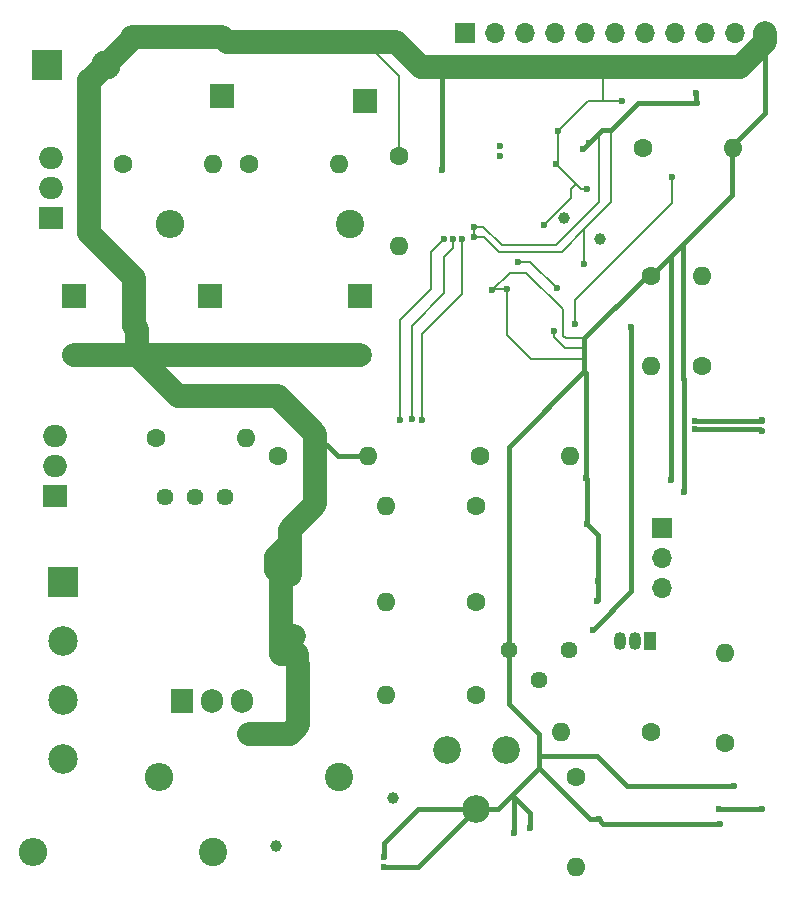
<source format=gbl>
G04 #@! TF.GenerationSoftware,KiCad,Pcbnew,(5.1.10)-1*
G04 #@! TF.CreationDate,2021-11-18T05:31:33+07:00*
G04 #@! TF.ProjectId,Georesistance PCB,47656f72-6573-4697-9374-616e63652050,1*
G04 #@! TF.SameCoordinates,Original*
G04 #@! TF.FileFunction,Copper,L4,Bot*
G04 #@! TF.FilePolarity,Positive*
%FSLAX46Y46*%
G04 Gerber Fmt 4.6, Leading zero omitted, Abs format (unit mm)*
G04 Created by KiCad (PCBNEW (5.1.10)-1) date 2021-11-18 05:31:33*
%MOMM*%
%LPD*%
G01*
G04 APERTURE LIST*
G04 #@! TA.AperFunction,ComponentPad*
%ADD10C,2.000000*%
G04 #@! TD*
G04 #@! TA.AperFunction,ComponentPad*
%ADD11R,2.000000X2.000000*%
G04 #@! TD*
G04 #@! TA.AperFunction,ComponentPad*
%ADD12C,1.600000*%
G04 #@! TD*
G04 #@! TA.AperFunction,ComponentPad*
%ADD13O,1.600000X1.600000*%
G04 #@! TD*
G04 #@! TA.AperFunction,ComponentPad*
%ADD14O,2.000000X1.905000*%
G04 #@! TD*
G04 #@! TA.AperFunction,ComponentPad*
%ADD15R,2.000000X1.905000*%
G04 #@! TD*
G04 #@! TA.AperFunction,ComponentPad*
%ADD16O,1.700000X1.700000*%
G04 #@! TD*
G04 #@! TA.AperFunction,ComponentPad*
%ADD17R,1.700000X1.700000*%
G04 #@! TD*
G04 #@! TA.AperFunction,ComponentPad*
%ADD18C,1.440000*%
G04 #@! TD*
G04 #@! TA.AperFunction,ComponentPad*
%ADD19C,2.500000*%
G04 #@! TD*
G04 #@! TA.AperFunction,ComponentPad*
%ADD20R,2.500000X2.500000*%
G04 #@! TD*
G04 #@! TA.AperFunction,ComponentPad*
%ADD21C,1.000000*%
G04 #@! TD*
G04 #@! TA.AperFunction,ComponentPad*
%ADD22O,2.400000X2.400000*%
G04 #@! TD*
G04 #@! TA.AperFunction,ComponentPad*
%ADD23C,2.400000*%
G04 #@! TD*
G04 #@! TA.AperFunction,ComponentPad*
%ADD24C,2.340000*%
G04 #@! TD*
G04 #@! TA.AperFunction,ComponentPad*
%ADD25R,1.050000X1.500000*%
G04 #@! TD*
G04 #@! TA.AperFunction,ComponentPad*
%ADD26O,1.050000X1.500000*%
G04 #@! TD*
G04 #@! TA.AperFunction,ComponentPad*
%ADD27R,1.905000X2.000000*%
G04 #@! TD*
G04 #@! TA.AperFunction,ComponentPad*
%ADD28O,1.905000X2.000000*%
G04 #@! TD*
G04 #@! TA.AperFunction,ViaPad*
%ADD29C,0.600000*%
G04 #@! TD*
G04 #@! TA.AperFunction,ViaPad*
%ADD30C,0.900000*%
G04 #@! TD*
G04 #@! TA.AperFunction,Conductor*
%ADD31C,0.400000*%
G04 #@! TD*
G04 #@! TA.AperFunction,Conductor*
%ADD32C,0.200000*%
G04 #@! TD*
G04 #@! TA.AperFunction,Conductor*
%ADD33C,2.000000*%
G04 #@! TD*
G04 #@! TA.AperFunction,Conductor*
%ADD34C,0.127000*%
G04 #@! TD*
G04 APERTURE END LIST*
D10*
X41529000Y-24591000D03*
D11*
X41529000Y-29591000D03*
D12*
X46228000Y-60071000D03*
D13*
X53848000Y-60071000D03*
X71501000Y-94869000D03*
D12*
X71501000Y-87249000D03*
D14*
X27368500Y-58356500D03*
X27368500Y-60896500D03*
D15*
X27368500Y-63436500D03*
D12*
X77851000Y-83439000D03*
D13*
X70231000Y-83439000D03*
X55372000Y-72390000D03*
D12*
X62992000Y-72390000D03*
D16*
X78740000Y-71247000D03*
X78740000Y-68707000D03*
D17*
X78740000Y-66167000D03*
D18*
X65786000Y-76454000D03*
X68326000Y-78994000D03*
X70866000Y-76454000D03*
D19*
X28067000Y-85739000D03*
X28067000Y-80739000D03*
X28067000Y-75739000D03*
D20*
X28067000Y-70739000D03*
D21*
X73533000Y-41656000D03*
X70485000Y-39878000D03*
X56007000Y-89027000D03*
X46101000Y-93091000D03*
D13*
X84074000Y-76708000D03*
D12*
X84074000Y-84328000D03*
X62992000Y-80264000D03*
D13*
X55372000Y-80264000D03*
X55372000Y-64262000D03*
D12*
X62992000Y-64262000D03*
D13*
X70993000Y-60071000D03*
D12*
X63373000Y-60071000D03*
D22*
X37084000Y-40386000D03*
D23*
X52324000Y-40386000D03*
D13*
X82169000Y-44831000D03*
D12*
X82169000Y-52451000D03*
D13*
X40767000Y-35306000D03*
D12*
X33147000Y-35306000D03*
X35941000Y-58547000D03*
D13*
X43561000Y-58547000D03*
D16*
X87503000Y-24257000D03*
X84963000Y-24257000D03*
X82423000Y-24257000D03*
X79883000Y-24257000D03*
X77343000Y-24257000D03*
X74803000Y-24257000D03*
X72263000Y-24257000D03*
X69723000Y-24257000D03*
X67183000Y-24257000D03*
X64643000Y-24257000D03*
D17*
X62103000Y-24257000D03*
D13*
X56515000Y-42291000D03*
D12*
X56515000Y-34671000D03*
D24*
X60532000Y-84963000D03*
X63032000Y-89963000D03*
X65532000Y-84963000D03*
D14*
X27051000Y-34798000D03*
X27051000Y-37338000D03*
D15*
X27051000Y-39878000D03*
D25*
X77724000Y-75692000D03*
D26*
X75184000Y-75692000D03*
X76454000Y-75692000D03*
D18*
X36703000Y-63563500D03*
X39243000Y-63563500D03*
X41783000Y-63563500D03*
D13*
X51435000Y-35306000D03*
D12*
X43815000Y-35306000D03*
D13*
X77851000Y-52451000D03*
D12*
X77851000Y-44831000D03*
D13*
X84759800Y-33947100D03*
D12*
X77139800Y-33947100D03*
D22*
X25527000Y-93599000D03*
D23*
X40767000Y-93599000D03*
D22*
X36195000Y-87249000D03*
D23*
X51435000Y-87249000D03*
D27*
X38100000Y-80772000D03*
D28*
X40640000Y-80772000D03*
X43180000Y-80772000D03*
D20*
X26670000Y-26924000D03*
D19*
X31670000Y-26924000D03*
D10*
X40513000Y-51545500D03*
D11*
X40513000Y-46545500D03*
D10*
X53213000Y-51545500D03*
D11*
X53213000Y-46545500D03*
D10*
X28956000Y-51545500D03*
D11*
X28956000Y-46545500D03*
X53594000Y-29972000D03*
D10*
X53594000Y-24972000D03*
D29*
X83566000Y-89916000D03*
X87249000Y-89916000D03*
X81546700Y-57073800D03*
X81546700Y-57797700D03*
X87249000Y-57035700D03*
X87249000Y-57962800D03*
X81661000Y-29311600D03*
X81711800Y-30149800D03*
X72047100Y-34099500D03*
X72567800Y-33578800D03*
X65062100Y-33832800D03*
X65062100Y-34658300D03*
X62890400Y-40652700D03*
X62890400Y-41516300D03*
X72186800Y-43776900D03*
X72390000Y-65786000D03*
D30*
X47242000Y-70106000D03*
X46120050Y-69742050D03*
X47942500Y-82867500D03*
X46736000Y-83566000D03*
X45339000Y-83566000D03*
X43815000Y-83566000D03*
X43815000Y-83566000D03*
X47641000Y-75295000D03*
X46498000Y-75295000D03*
X47879000Y-76835000D03*
X46482000Y-76835000D03*
D29*
X73329800Y-70612000D03*
X55245000Y-93980000D03*
X55229000Y-94853000D03*
X67564000Y-91567000D03*
X66230500Y-92011500D03*
X83693000Y-91186000D03*
X73406000Y-90805000D03*
X79502000Y-62103000D03*
X80645000Y-63119000D03*
X72326500Y-61912500D03*
X73306940Y-72298560D03*
X69998400Y-32571500D03*
X69803200Y-35310000D03*
X75361800Y-30022800D03*
X65633600Y-45923200D03*
X64414400Y-45986700D03*
X69634100Y-49466500D03*
X60147200Y-35864800D03*
X72402700Y-37426900D03*
X68757800Y-40513000D03*
X84831000Y-88003300D03*
X66611500Y-43624500D03*
X69850000Y-45847000D03*
X72898000Y-74779540D03*
X76187300Y-49174400D03*
X61087000Y-41656000D03*
X57594500Y-56908700D03*
X61849000Y-41656000D03*
X58432700Y-56972200D03*
X60325000Y-41656000D03*
X56591200Y-57023000D03*
X71374000Y-48895000D03*
X79641700Y-36474400D03*
D31*
X83566000Y-89916000D02*
X87249000Y-89916000D01*
X87249000Y-89916000D02*
X87249000Y-89916000D01*
X87210900Y-57073800D02*
X87249000Y-57035700D01*
X81546700Y-57073800D02*
X87210900Y-57073800D01*
X87083900Y-57797700D02*
X87249000Y-57962800D01*
X81546700Y-57797700D02*
X87083900Y-57797700D01*
X81661000Y-30099000D02*
X81711800Y-30149800D01*
X81661000Y-29311600D02*
X81661000Y-30099000D01*
X72047100Y-34099500D02*
X72047100Y-34099500D01*
X72567800Y-33578800D02*
X72047100Y-34099500D01*
X74471938Y-32423100D02*
X73723500Y-32423100D01*
X76745238Y-30149800D02*
X74471938Y-32423100D01*
X78638400Y-30149800D02*
X76745238Y-30149800D01*
X81711800Y-30149800D02*
X78638400Y-30149800D01*
X78638400Y-30149800D02*
X78434338Y-30149800D01*
D32*
X62890400Y-40652700D02*
X62890400Y-41516300D01*
X73463150Y-32683450D02*
X73463150Y-38550850D01*
D31*
X73723500Y-32423100D02*
X73463150Y-32683450D01*
X73463150Y-32683450D02*
X72567800Y-33578800D01*
D32*
X73463150Y-38550850D02*
X69799200Y-42214800D01*
X65201800Y-42214800D02*
X63639700Y-40652700D01*
X69799200Y-42214800D02*
X65201800Y-42214800D01*
X62890400Y-40652700D02*
X63639700Y-40652700D01*
X62890400Y-41516300D02*
X63741300Y-41516300D01*
X63741300Y-41516300D02*
X64985900Y-42760900D01*
X64985900Y-42760900D02*
X70281800Y-42760900D01*
X74471938Y-38570762D02*
X74471938Y-32423100D01*
X72186800Y-40855900D02*
X72256650Y-40786050D01*
X72186800Y-43776900D02*
X72186800Y-40855900D01*
X72256650Y-40786050D02*
X74471938Y-38570762D01*
X70281800Y-42760900D02*
X72256650Y-40786050D01*
D33*
X53213000Y-51545500D02*
X40513000Y-51545500D01*
X41910000Y-24972000D02*
X41529000Y-24591000D01*
X41529000Y-24591000D02*
X33876000Y-24591000D01*
D34*
X56515000Y-27893000D02*
X53594000Y-24972000D01*
X56515000Y-34671000D02*
X56515000Y-27893000D01*
D33*
X30226000Y-41148000D02*
X30226000Y-28241000D01*
X34083000Y-45005000D02*
X30226000Y-41148000D01*
X34083000Y-49069000D02*
X34083000Y-45005000D01*
X34306500Y-49292500D02*
X34083000Y-49069000D01*
X34306500Y-51545500D02*
X34306500Y-49292500D01*
X40513000Y-51545500D02*
X34306500Y-51545500D01*
X34306500Y-51545500D02*
X28956000Y-51545500D01*
X47244000Y-83566000D02*
X47942500Y-82867500D01*
X43815000Y-83566000D02*
X47244000Y-83566000D01*
X47942500Y-82867500D02*
X47942500Y-77660500D01*
X47879000Y-77597000D02*
X47879000Y-76835000D01*
X47942500Y-77660500D02*
X47879000Y-77597000D01*
X46482000Y-76835000D02*
X47879000Y-76835000D01*
X46482000Y-75311000D02*
X46498000Y-75295000D01*
X46482000Y-76835000D02*
X46482000Y-75311000D01*
X46498000Y-75295000D02*
X47641000Y-75295000D01*
X46498000Y-75295000D02*
X46498000Y-69961000D01*
X46643000Y-70106000D02*
X47242000Y-70106000D01*
X46498000Y-69961000D02*
X46643000Y-70106000D01*
X47242000Y-66288938D02*
X49403000Y-64127938D01*
X47242000Y-70106000D02*
X47242000Y-66288938D01*
X49403000Y-64127938D02*
X49403000Y-58166000D01*
X49403000Y-58166000D02*
X46228000Y-54991000D01*
X37752000Y-54991000D02*
X34306500Y-51545500D01*
X46228000Y-54991000D02*
X37752000Y-54991000D01*
D34*
X53848000Y-52180500D02*
X53213000Y-51545500D01*
D33*
X46120050Y-69742050D02*
X46120050Y-68599050D01*
X47242000Y-67477100D02*
X47242000Y-66288938D01*
X46120050Y-68599050D02*
X47242000Y-67477100D01*
D31*
X87503000Y-30988000D02*
X84709000Y-33782000D01*
X87503000Y-24257000D02*
X87503000Y-30988000D01*
X84709000Y-33782000D02*
X84709000Y-37973000D01*
X65786000Y-59309000D02*
X65786000Y-76454000D01*
X65786000Y-76454000D02*
X65786000Y-81026000D01*
X65786000Y-81026000D02*
X68326000Y-83566000D01*
X64850000Y-89963000D02*
X63032000Y-89963000D01*
X67564000Y-90297000D02*
X66040000Y-88773000D01*
X67564000Y-91567000D02*
X67564000Y-90297000D01*
X66040000Y-88773000D02*
X64850000Y-89963000D01*
X68326000Y-86487000D02*
X66040000Y-88773000D01*
X66230500Y-88963500D02*
X66040000Y-88773000D01*
X66230500Y-92011500D02*
X66230500Y-88963500D01*
X55245000Y-93980000D02*
X55245000Y-92837000D01*
X58119000Y-89963000D02*
X63032000Y-89963000D01*
X55245000Y-92837000D02*
X58119000Y-89963000D01*
X58142000Y-94853000D02*
X63032000Y-89963000D01*
X55229000Y-94853000D02*
X58142000Y-94853000D01*
X72644000Y-90805000D02*
X68326000Y-86487000D01*
X73406000Y-90805000D02*
X72644000Y-90805000D01*
X73787000Y-91186000D02*
X73406000Y-90805000D01*
X83693000Y-91186000D02*
X73787000Y-91186000D01*
X80581500Y-53513538D02*
X80581500Y-42100500D01*
X80645000Y-53577038D02*
X80581500Y-53513538D01*
X80645000Y-63119000D02*
X80645000Y-53577038D01*
X84709000Y-37973000D02*
X80581500Y-42100500D01*
X79502000Y-43180000D02*
X79629000Y-43053000D01*
X79502000Y-62103000D02*
X79502000Y-43180000D01*
X79629000Y-43053000D02*
X77851000Y-44831000D01*
X80581500Y-42100500D02*
X79629000Y-43053000D01*
X72390000Y-61976000D02*
X72326500Y-61912500D01*
X72390000Y-65786000D02*
X72390000Y-61976000D01*
X72326500Y-53022500D02*
X72199500Y-52895500D01*
X72326500Y-61912500D02*
X72326500Y-53022500D01*
X72199500Y-52895500D02*
X65786000Y-59309000D01*
X73329800Y-66725800D02*
X72390000Y-65786000D01*
X73329800Y-70612000D02*
X73329800Y-66725800D01*
X73329800Y-72275700D02*
X73306940Y-72298560D01*
X73329800Y-70612000D02*
X73329800Y-72275700D01*
X77470000Y-44831000D02*
X77851000Y-44831000D01*
D32*
X69998400Y-35114800D02*
X69803200Y-35310000D01*
X69998400Y-32571500D02*
X69998400Y-35114800D01*
X72547100Y-30022800D02*
X69998400Y-32571500D01*
X64414400Y-45986700D02*
X65862200Y-44538900D01*
X67297300Y-44538900D02*
X70408800Y-47650400D01*
X65862200Y-44538900D02*
X67297300Y-44538900D01*
D31*
X72199500Y-50101500D02*
X77470000Y-44831000D01*
D32*
X70408800Y-47650400D02*
X70408800Y-49898300D01*
X70612000Y-50101500D02*
X72199500Y-50101500D01*
X70408800Y-49898300D02*
X70612000Y-50101500D01*
X69634100Y-49466500D02*
X69634100Y-49999900D01*
X69634100Y-49999900D02*
X70586600Y-50952400D01*
X70586600Y-50952400D02*
X72009000Y-50952400D01*
X72009000Y-50952400D02*
X72199500Y-50761900D01*
D31*
X72199500Y-50761900D02*
X72199500Y-50101500D01*
D32*
X64477900Y-45923200D02*
X64414400Y-45986700D01*
X65633600Y-45923200D02*
X64477900Y-45923200D01*
X65633600Y-45923200D02*
X65633600Y-49784000D01*
X65633600Y-49784000D02*
X67678300Y-51828700D01*
D31*
X72199500Y-51828700D02*
X72199500Y-50761900D01*
D32*
X67678300Y-51828700D02*
X72199500Y-51828700D01*
D31*
X72199500Y-52895500D02*
X72199500Y-51828700D01*
D33*
X87503000Y-24257000D02*
X87503000Y-24993600D01*
X87503000Y-24993600D02*
X85382100Y-27114500D01*
X56264800Y-24972000D02*
X52277000Y-24972000D01*
X58407300Y-27114500D02*
X56264800Y-24972000D01*
X52277000Y-24972000D02*
X41910000Y-24972000D01*
X53594000Y-24972000D02*
X52277000Y-24972000D01*
D31*
X60147200Y-27622500D02*
X59639200Y-27114500D01*
X60147200Y-35864800D02*
X60147200Y-27622500D01*
D33*
X59639200Y-27114500D02*
X58407300Y-27114500D01*
D31*
X51308000Y-60071000D02*
X49403000Y-58166000D01*
X53848000Y-60071000D02*
X51308000Y-60071000D01*
D32*
X72402700Y-37426900D02*
X71920100Y-37426900D01*
X68757800Y-40513000D02*
X71056500Y-38214300D01*
X71056500Y-37490400D02*
X71520050Y-37026850D01*
X71520050Y-37026850D02*
X69803200Y-35310000D01*
X71056500Y-38214300D02*
X71056500Y-37490400D01*
X71920100Y-37426900D02*
X71520050Y-37026850D01*
X73761600Y-27635200D02*
X73240900Y-27114500D01*
X73761600Y-30022800D02*
X73761600Y-27635200D01*
D33*
X73240900Y-27114500D02*
X59639200Y-27114500D01*
X85382100Y-27114500D02*
X73240900Y-27114500D01*
D32*
X75361800Y-30022800D02*
X73761600Y-30022800D01*
X73761600Y-30022800D02*
X72547100Y-30022800D01*
D31*
X84831000Y-88003300D02*
X75811300Y-88003300D01*
X75811300Y-88003300D02*
X73266300Y-85458300D01*
X68376800Y-85458300D02*
X68326000Y-85509100D01*
X73266300Y-85458300D02*
X68376800Y-85458300D01*
X68326000Y-85509100D02*
X68326000Y-86487000D01*
X68326000Y-83566000D02*
X68326000Y-85509100D01*
D33*
X33876000Y-24718000D02*
X31670000Y-26924000D01*
X33876000Y-24591000D02*
X33876000Y-24718000D01*
X30353000Y-28241000D02*
X31670000Y-26924000D01*
X30226000Y-28241000D02*
X30353000Y-28241000D01*
D31*
X76454000Y-75692000D02*
X76454000Y-76073000D01*
D32*
X66611500Y-43624500D02*
X67627500Y-43624500D01*
X67627500Y-43624500D02*
X69850000Y-45847000D01*
X69850000Y-45847000D02*
X69850000Y-45847000D01*
D31*
X76187300Y-50266600D02*
X76187300Y-49174400D01*
X76187300Y-49174400D02*
X76187300Y-49174400D01*
X76187300Y-70243700D02*
X76187300Y-50266600D01*
X76187300Y-70624700D02*
X76187300Y-70243700D01*
X76187300Y-71490240D02*
X72898000Y-74779540D01*
X76187300Y-70243700D02*
X76187300Y-71490240D01*
D34*
X61087000Y-41656000D02*
X61087000Y-42481500D01*
X61087000Y-42481500D02*
X60337700Y-43230800D01*
X60337700Y-43230800D02*
X60337700Y-46278800D01*
X57594500Y-49022000D02*
X57594500Y-56908700D01*
X60337700Y-46278800D02*
X57594500Y-49022000D01*
X58432700Y-56972200D02*
X58432700Y-49758600D01*
X58432700Y-49758600D02*
X61849000Y-46342300D01*
X61849000Y-46342300D02*
X61849000Y-41656000D01*
X56591200Y-57023000D02*
X56591200Y-48552100D01*
X56591200Y-48552100D02*
X59232800Y-45910500D01*
X59232800Y-42748200D02*
X60325000Y-41656000D01*
X59232800Y-45910500D02*
X59232800Y-42748200D01*
X71374000Y-48895000D02*
X71374000Y-46875700D01*
X71374000Y-46875700D02*
X79603600Y-38646100D01*
X79603600Y-36512500D02*
X79641700Y-36474400D01*
X79603600Y-38646100D02*
X79603600Y-36512500D01*
M02*

</source>
